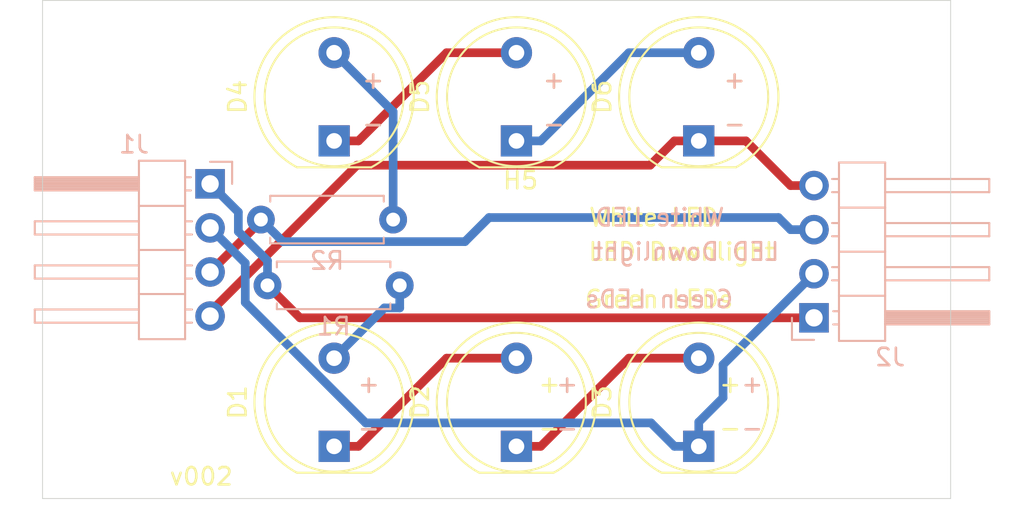
<source format=kicad_pcb>
(kicad_pcb (version 20171130) (host pcbnew "(5.1.5-0-10_14)")

  (general
    (thickness 1.6)
    (drawings 35)
    (tracks 49)
    (zones 0)
    (modules 15)
    (nets 11)
  )

  (page A4)
  (layers
    (0 F.Cu signal)
    (31 B.Cu signal)
    (32 B.Adhes user)
    (33 F.Adhes user)
    (34 B.Paste user)
    (35 F.Paste user)
    (36 B.SilkS user)
    (37 F.SilkS user)
    (38 B.Mask user)
    (39 F.Mask user)
    (40 Dwgs.User user)
    (41 Cmts.User user)
    (42 Eco1.User user)
    (43 Eco2.User user)
    (44 Edge.Cuts user)
    (45 Margin user)
    (46 B.CrtYd user)
    (47 F.CrtYd user)
    (48 B.Fab user)
    (49 F.Fab user)
  )

  (setup
    (last_trace_width 0.5)
    (user_trace_width 0.8)
    (trace_clearance 0.2)
    (zone_clearance 0.508)
    (zone_45_only no)
    (trace_min 0.2)
    (via_size 0.8)
    (via_drill 0.4)
    (via_min_size 0.4)
    (via_min_drill 0.3)
    (uvia_size 0.3)
    (uvia_drill 0.1)
    (uvias_allowed no)
    (uvia_min_size 0.2)
    (uvia_min_drill 0.1)
    (edge_width 0.05)
    (segment_width 0.2)
    (pcb_text_width 0.3)
    (pcb_text_size 1.5 1.5)
    (mod_edge_width 0.12)
    (mod_text_size 1 1)
    (mod_text_width 0.15)
    (pad_size 1.524 1.524)
    (pad_drill 0.762)
    (pad_to_mask_clearance 0.051)
    (solder_mask_min_width 0.25)
    (aux_axis_origin 0 0)
    (visible_elements FFFFFF7F)
    (pcbplotparams
      (layerselection 0x010fc_ffffffff)
      (usegerberextensions false)
      (usegerberattributes false)
      (usegerberadvancedattributes false)
      (creategerberjobfile false)
      (excludeedgelayer true)
      (linewidth 0.100000)
      (plotframeref false)
      (viasonmask false)
      (mode 1)
      (useauxorigin false)
      (hpglpennumber 1)
      (hpglpenspeed 20)
      (hpglpendiameter 15.000000)
      (psnegative false)
      (psa4output false)
      (plotreference true)
      (plotvalue true)
      (plotinvisibletext false)
      (padsonsilk false)
      (subtractmaskfromsilk false)
      (outputformat 1)
      (mirror false)
      (drillshape 0)
      (scaleselection 1)
      (outputdirectory "Plot/"))
  )

  (net 0 "")
  (net 1 "Net-(D1-Pad1)")
  (net 2 "Net-(D1-Pad2)")
  (net 3 "Net-(D2-Pad1)")
  (net 4 "Net-(D4-Pad2)")
  (net 5 "Net-(D4-Pad1)")
  (net 6 "Net-(D5-Pad1)")
  (net 7 /GNDGreen)
  (net 8 /GNDWhite)
  (net 9 /+12VWhite)
  (net 10 /+12VGreen)

  (net_class Default "This is the default net class."
    (clearance 0.2)
    (trace_width 0.5)
    (via_dia 0.8)
    (via_drill 0.4)
    (uvia_dia 0.3)
    (uvia_drill 0.1)
    (add_net "Net-(D1-Pad1)")
    (add_net "Net-(D1-Pad2)")
    (add_net "Net-(D2-Pad1)")
    (add_net "Net-(D4-Pad1)")
    (add_net "Net-(D4-Pad2)")
    (add_net "Net-(D5-Pad1)")
  )

  (net_class Power ""
    (clearance 0.2)
    (trace_width 0.5)
    (via_dia 0.8)
    (via_drill 0.4)
    (uvia_dia 0.3)
    (uvia_drill 0.1)
    (add_net /+12VGreen)
    (add_net /+12VWhite)
    (add_net /GNDGreen)
    (add_net /GNDWhite)
  )

  (module PT_Library_v001:LED_D8.0mm-LargePins (layer F.Cu) (tedit 5F151CBE) (tstamp 5EE55D86)
    (at 204.18 53.306 90)
    (descr "LED, diameter 8.0mm, 2 pins, diameter 8.0mm, 3 pins")
    (tags "LED diameter 8.0mm 2 pins diameter 8.0mm 3 pins")
    (path /5EE55F38)
    (fp_text reference D6 (at 2.54 -5.56 90) (layer F.SilkS)
      (effects (font (size 1 1) (thickness 0.15)))
    )
    (fp_text value LED (at 2.54 5.56 90) (layer F.Fab)
      (effects (font (size 1 1) (thickness 0.15)))
    )
    (fp_line (start 7.35 -4.85) (end -2.3 -4.85) (layer F.CrtYd) (width 0.05))
    (fp_line (start 7.35 4.85) (end 7.35 -4.85) (layer F.CrtYd) (width 0.05))
    (fp_line (start -2.3 4.85) (end 7.35 4.85) (layer F.CrtYd) (width 0.05))
    (fp_line (start -2.3 -4.85) (end -2.3 4.85) (layer F.CrtYd) (width 0.05))
    (fp_line (start -1.52 -2.142) (end -1.52 2.142) (layer F.SilkS) (width 0.12))
    (fp_line (start -1.46 -2.061553) (end -1.46 2.061553) (layer F.Fab) (width 0.1))
    (fp_circle (center 2.54 0) (end 6.54 0) (layer F.SilkS) (width 0.12))
    (fp_circle (center 2.54 0) (end 6.54 0) (layer F.Fab) (width 0.1))
    (fp_arc (start 2.54 0) (end -1.52 2.141145) (angle -152.2) (layer F.SilkS) (width 0.12))
    (fp_arc (start 2.54 0) (end -1.52 -2.141145) (angle 152.2) (layer F.SilkS) (width 0.12))
    (fp_arc (start 2.54 0) (end -1.46 -2.061553) (angle 305.5) (layer F.Fab) (width 0.1))
    (pad 2 thru_hole circle (at 5.08 0 90) (size 1.8 1.8) (drill 0.9) (layers *.Cu *.Mask)
      (net 6 "Net-(D5-Pad1)"))
    (pad 1 thru_hole rect (at 0 0 90) (size 1.8 1.8) (drill 0.9) (layers *.Cu *.Mask)
      (net 8 /GNDWhite))
    (model ${KISYS3DMOD}/LED_THT.3dshapes/LED_D8.0mm-3.wrl
      (at (xyz 0 0 0))
      (scale (xyz 1 1 1))
      (rotate (xyz 0 0 0))
    )
  )

  (module PT_Library_v001:LED_D8.0mm-LargePins (layer F.Cu) (tedit 5F151CBE) (tstamp 5EE55D75)
    (at 193.675 53.306 90)
    (descr "LED, diameter 8.0mm, 2 pins, diameter 8.0mm, 3 pins")
    (tags "LED diameter 8.0mm 2 pins diameter 8.0mm 3 pins")
    (path /5EE55F2E)
    (fp_text reference D5 (at 2.54 -5.56 90) (layer F.SilkS)
      (effects (font (size 1 1) (thickness 0.15)))
    )
    (fp_text value LED (at 2.54 5.56 90) (layer F.Fab)
      (effects (font (size 1 1) (thickness 0.15)))
    )
    (fp_line (start 7.35 -4.85) (end -2.3 -4.85) (layer F.CrtYd) (width 0.05))
    (fp_line (start 7.35 4.85) (end 7.35 -4.85) (layer F.CrtYd) (width 0.05))
    (fp_line (start -2.3 4.85) (end 7.35 4.85) (layer F.CrtYd) (width 0.05))
    (fp_line (start -2.3 -4.85) (end -2.3 4.85) (layer F.CrtYd) (width 0.05))
    (fp_line (start -1.52 -2.142) (end -1.52 2.142) (layer F.SilkS) (width 0.12))
    (fp_line (start -1.46 -2.061553) (end -1.46 2.061553) (layer F.Fab) (width 0.1))
    (fp_circle (center 2.54 0) (end 6.54 0) (layer F.SilkS) (width 0.12))
    (fp_circle (center 2.54 0) (end 6.54 0) (layer F.Fab) (width 0.1))
    (fp_arc (start 2.54 0) (end -1.52 2.141145) (angle -152.2) (layer F.SilkS) (width 0.12))
    (fp_arc (start 2.54 0) (end -1.52 -2.141145) (angle 152.2) (layer F.SilkS) (width 0.12))
    (fp_arc (start 2.54 0) (end -1.46 -2.061553) (angle 305.5) (layer F.Fab) (width 0.1))
    (pad 2 thru_hole circle (at 5.08 0 90) (size 1.8 1.8) (drill 0.9) (layers *.Cu *.Mask)
      (net 5 "Net-(D4-Pad1)"))
    (pad 1 thru_hole rect (at 0 0 90) (size 1.8 1.8) (drill 0.9) (layers *.Cu *.Mask)
      (net 6 "Net-(D5-Pad1)"))
    (model ${KISYS3DMOD}/LED_THT.3dshapes/LED_D8.0mm-3.wrl
      (at (xyz 0 0 0))
      (scale (xyz 1 1 1))
      (rotate (xyz 0 0 0))
    )
  )

  (module PT_Library_v001:LED_D8.0mm-LargePins (layer F.Cu) (tedit 5F151CBE) (tstamp 5EE55D64)
    (at 183.17 53.306 90)
    (descr "LED, diameter 8.0mm, 2 pins, diameter 8.0mm, 3 pins")
    (tags "LED diameter 8.0mm 2 pins diameter 8.0mm 3 pins")
    (path /5EE55F24)
    (fp_text reference D4 (at 2.54 -5.56 90) (layer F.SilkS)
      (effects (font (size 1 1) (thickness 0.15)))
    )
    (fp_text value LED (at 2.54 5.56 90) (layer F.Fab)
      (effects (font (size 1 1) (thickness 0.15)))
    )
    (fp_line (start 7.35 -4.85) (end -2.3 -4.85) (layer F.CrtYd) (width 0.05))
    (fp_line (start 7.35 4.85) (end 7.35 -4.85) (layer F.CrtYd) (width 0.05))
    (fp_line (start -2.3 4.85) (end 7.35 4.85) (layer F.CrtYd) (width 0.05))
    (fp_line (start -2.3 -4.85) (end -2.3 4.85) (layer F.CrtYd) (width 0.05))
    (fp_line (start -1.52 -2.142) (end -1.52 2.142) (layer F.SilkS) (width 0.12))
    (fp_line (start -1.46 -2.061553) (end -1.46 2.061553) (layer F.Fab) (width 0.1))
    (fp_circle (center 2.54 0) (end 6.54 0) (layer F.SilkS) (width 0.12))
    (fp_circle (center 2.54 0) (end 6.54 0) (layer F.Fab) (width 0.1))
    (fp_arc (start 2.54 0) (end -1.52 2.141145) (angle -152.2) (layer F.SilkS) (width 0.12))
    (fp_arc (start 2.54 0) (end -1.52 -2.141145) (angle 152.2) (layer F.SilkS) (width 0.12))
    (fp_arc (start 2.54 0) (end -1.46 -2.061553) (angle 305.5) (layer F.Fab) (width 0.1))
    (pad 2 thru_hole circle (at 5.08 0 90) (size 1.8 1.8) (drill 0.9) (layers *.Cu *.Mask)
      (net 4 "Net-(D4-Pad2)"))
    (pad 1 thru_hole rect (at 0 0 90) (size 1.8 1.8) (drill 0.9) (layers *.Cu *.Mask)
      (net 5 "Net-(D4-Pad1)"))
    (model ${KISYS3DMOD}/LED_THT.3dshapes/LED_D8.0mm-3.wrl
      (at (xyz 0 0 0))
      (scale (xyz 1 1 1))
      (rotate (xyz 0 0 0))
    )
  )

  (module PT_Library_v001:LED_D8.0mm-LargePins (layer F.Cu) (tedit 5F151CBE) (tstamp 5E9FB812)
    (at 204.18 70.906 90)
    (descr "LED, diameter 8.0mm, 2 pins, diameter 8.0mm, 3 pins")
    (tags "LED diameter 8.0mm 2 pins diameter 8.0mm 3 pins")
    (path /5E9F70E1)
    (fp_text reference D3 (at 2.54 -5.56 90) (layer F.SilkS)
      (effects (font (size 1 1) (thickness 0.15)))
    )
    (fp_text value LED (at 2.54 5.56 90) (layer F.Fab)
      (effects (font (size 1 1) (thickness 0.15)))
    )
    (fp_line (start 7.35 -4.85) (end -2.3 -4.85) (layer F.CrtYd) (width 0.05))
    (fp_line (start 7.35 4.85) (end 7.35 -4.85) (layer F.CrtYd) (width 0.05))
    (fp_line (start -2.3 4.85) (end 7.35 4.85) (layer F.CrtYd) (width 0.05))
    (fp_line (start -2.3 -4.85) (end -2.3 4.85) (layer F.CrtYd) (width 0.05))
    (fp_line (start -1.52 -2.142) (end -1.52 2.142) (layer F.SilkS) (width 0.12))
    (fp_line (start -1.46 -2.061553) (end -1.46 2.061553) (layer F.Fab) (width 0.1))
    (fp_circle (center 2.54 0) (end 6.54 0) (layer F.SilkS) (width 0.12))
    (fp_circle (center 2.54 0) (end 6.54 0) (layer F.Fab) (width 0.1))
    (fp_arc (start 2.54 0) (end -1.52 2.141145) (angle -152.2) (layer F.SilkS) (width 0.12))
    (fp_arc (start 2.54 0) (end -1.52 -2.141145) (angle 152.2) (layer F.SilkS) (width 0.12))
    (fp_arc (start 2.54 0) (end -1.46 -2.061553) (angle 305.5) (layer F.Fab) (width 0.1))
    (pad 2 thru_hole circle (at 5.08 0 90) (size 1.8 1.8) (drill 0.9) (layers *.Cu *.Mask)
      (net 3 "Net-(D2-Pad1)"))
    (pad 1 thru_hole rect (at 0 0 90) (size 1.8 1.8) (drill 0.9) (layers *.Cu *.Mask)
      (net 7 /GNDGreen))
    (model ${KISYS3DMOD}/LED_THT.3dshapes/LED_D8.0mm-3.wrl
      (at (xyz 0 0 0))
      (scale (xyz 1 1 1))
      (rotate (xyz 0 0 0))
    )
  )

  (module PT_Library_v001:LED_D8.0mm-LargePins (layer F.Cu) (tedit 5F151CBE) (tstamp 5EE5B33F)
    (at 193.675 70.906 90)
    (descr "LED, diameter 8.0mm, 2 pins, diameter 8.0mm, 3 pins")
    (tags "LED diameter 8.0mm 2 pins diameter 8.0mm 3 pins")
    (path /5E9F6574)
    (fp_text reference D2 (at 2.54 -5.56 90) (layer F.SilkS)
      (effects (font (size 1 1) (thickness 0.15)))
    )
    (fp_text value LED (at 2.54 5.56 90) (layer F.Fab)
      (effects (font (size 1 1) (thickness 0.15)))
    )
    (fp_line (start 7.35 -4.85) (end -2.3 -4.85) (layer F.CrtYd) (width 0.05))
    (fp_line (start 7.35 4.85) (end 7.35 -4.85) (layer F.CrtYd) (width 0.05))
    (fp_line (start -2.3 4.85) (end 7.35 4.85) (layer F.CrtYd) (width 0.05))
    (fp_line (start -2.3 -4.85) (end -2.3 4.85) (layer F.CrtYd) (width 0.05))
    (fp_line (start -1.52 -2.142) (end -1.52 2.142) (layer F.SilkS) (width 0.12))
    (fp_line (start -1.46 -2.061553) (end -1.46 2.061553) (layer F.Fab) (width 0.1))
    (fp_circle (center 2.54 0) (end 6.54 0) (layer F.SilkS) (width 0.12))
    (fp_circle (center 2.54 0) (end 6.54 0) (layer F.Fab) (width 0.1))
    (fp_arc (start 2.54 0) (end -1.52 2.141145) (angle -152.2) (layer F.SilkS) (width 0.12))
    (fp_arc (start 2.54 0) (end -1.52 -2.141145) (angle 152.2) (layer F.SilkS) (width 0.12))
    (fp_arc (start 2.54 0) (end -1.46 -2.061553) (angle 305.5) (layer F.Fab) (width 0.1))
    (pad 2 thru_hole circle (at 5.08 0 90) (size 1.8 1.8) (drill 0.9) (layers *.Cu *.Mask)
      (net 1 "Net-(D1-Pad1)"))
    (pad 1 thru_hole rect (at 0 0 90) (size 1.8 1.8) (drill 0.9) (layers *.Cu *.Mask)
      (net 3 "Net-(D2-Pad1)"))
    (model ${KISYS3DMOD}/LED_THT.3dshapes/LED_D8.0mm-3.wrl
      (at (xyz 0 0 0))
      (scale (xyz 1 1 1))
      (rotate (xyz 0 0 0))
    )
  )

  (module PT_Library_v001:LED_D8.0mm-LargePins (layer F.Cu) (tedit 5F151CBE) (tstamp 5E9FB6C0)
    (at 183.17 70.906 90)
    (descr "LED, diameter 8.0mm, 2 pins, diameter 8.0mm, 3 pins")
    (tags "LED diameter 8.0mm 2 pins diameter 8.0mm 3 pins")
    (path /5E9F5CDB)
    (fp_text reference D1 (at 2.54 -5.56 90) (layer F.SilkS)
      (effects (font (size 1 1) (thickness 0.15)))
    )
    (fp_text value LED (at 2.54 5.56 90) (layer F.Fab)
      (effects (font (size 1 1) (thickness 0.15)))
    )
    (fp_line (start 7.35 -4.85) (end -2.3 -4.85) (layer F.CrtYd) (width 0.05))
    (fp_line (start 7.35 4.85) (end 7.35 -4.85) (layer F.CrtYd) (width 0.05))
    (fp_line (start -2.3 4.85) (end 7.35 4.85) (layer F.CrtYd) (width 0.05))
    (fp_line (start -2.3 -4.85) (end -2.3 4.85) (layer F.CrtYd) (width 0.05))
    (fp_line (start -1.52 -2.142) (end -1.52 2.142) (layer F.SilkS) (width 0.12))
    (fp_line (start -1.46 -2.061553) (end -1.46 2.061553) (layer F.Fab) (width 0.1))
    (fp_circle (center 2.54 0) (end 6.54 0) (layer F.SilkS) (width 0.12))
    (fp_circle (center 2.54 0) (end 6.54 0) (layer F.Fab) (width 0.1))
    (fp_arc (start 2.54 0) (end -1.52 2.141145) (angle -152.2) (layer F.SilkS) (width 0.12))
    (fp_arc (start 2.54 0) (end -1.52 -2.141145) (angle 152.2) (layer F.SilkS) (width 0.12))
    (fp_arc (start 2.54 0) (end -1.46 -2.061553) (angle 305.5) (layer F.Fab) (width 0.1))
    (pad 2 thru_hole circle (at 5.08 0 90) (size 1.8 1.8) (drill 0.9) (layers *.Cu *.Mask)
      (net 2 "Net-(D1-Pad2)"))
    (pad 1 thru_hole rect (at 0 0 90) (size 1.8 1.8) (drill 0.9) (layers *.Cu *.Mask)
      (net 1 "Net-(D1-Pad1)"))
    (model ${KISYS3DMOD}/LED_THT.3dshapes/LED_D8.0mm-3.wrl
      (at (xyz 0 0 0))
      (scale (xyz 1 1 1))
      (rotate (xyz 0 0 0))
    )
  )

  (module MountingHole:MountingHole_3.2mm_M3 (layer F.Cu) (tedit 56D1B4CB) (tstamp 5EE5CD12)
    (at 193.91 59.78)
    (descr "Mounting Hole 3.2mm, no annular, M3")
    (tags "mounting hole 3.2mm no annular m3")
    (path /5EE5F4D4)
    (attr virtual)
    (fp_text reference H5 (at 0 -4.2) (layer F.SilkS)
      (effects (font (size 1 1) (thickness 0.15)))
    )
    (fp_text value MountingHole (at 0 4.2) (layer F.Fab)
      (effects (font (size 1 1) (thickness 0.15)))
    )
    (fp_circle (center 0 0) (end 3.45 0) (layer F.CrtYd) (width 0.05))
    (fp_circle (center 0 0) (end 3.2 0) (layer Cmts.User) (width 0.15))
    (fp_text user %R (at 0.3 0) (layer F.Fab)
      (effects (font (size 1 1) (thickness 0.15)))
    )
    (pad 1 np_thru_hole circle (at 0 0) (size 3.2 3.2) (drill 3.2) (layers *.Cu *.Mask))
  )

  (module MountingHole:MountingHole_3.2mm_M3 (layer F.Cu) (tedit 56D1B4CB) (tstamp 5EE5C31B)
    (at 214.26 70.12)
    (descr "Mounting Hole 3.2mm, no annular, M3")
    (tags "mounting hole 3.2mm no annular m3")
    (path /5EE5C31B)
    (attr virtual)
    (fp_text reference H4 (at 0 -4.2) (layer F.SilkS) hide
      (effects (font (size 1 1) (thickness 0.15)))
    )
    (fp_text value MountingHole (at 0 4.2) (layer F.Fab)
      (effects (font (size 1 1) (thickness 0.15)))
    )
    (fp_circle (center 0 0) (end 3.45 0) (layer F.CrtYd) (width 0.05))
    (fp_circle (center 0 0) (end 3.2 0) (layer Cmts.User) (width 0.15))
    (fp_text user %R (at 0.3 0) (layer F.Fab)
      (effects (font (size 1 1) (thickness 0.15)))
    )
    (pad 1 np_thru_hole circle (at 0 0) (size 3.2 3.2) (drill 3.2) (layers *.Cu *.Mask))
  )

  (module MountingHole:MountingHole_3.2mm_M3 (layer F.Cu) (tedit 56D1B4CB) (tstamp 5EE5C313)
    (at 170.39 70.12)
    (descr "Mounting Hole 3.2mm, no annular, M3")
    (tags "mounting hole 3.2mm no annular m3")
    (path /5EE5BD02)
    (attr virtual)
    (fp_text reference H3 (at 0 -4.2) (layer F.SilkS) hide
      (effects (font (size 1 1) (thickness 0.15)))
    )
    (fp_text value MountingHole (at 0 4.2) (layer F.Fab)
      (effects (font (size 1 1) (thickness 0.15)))
    )
    (fp_circle (center 0 0) (end 3.45 0) (layer F.CrtYd) (width 0.05))
    (fp_circle (center 0 0) (end 3.2 0) (layer Cmts.User) (width 0.15))
    (fp_text user %R (at 0.3 0) (layer F.Fab)
      (effects (font (size 1 1) (thickness 0.15)))
    )
    (pad 1 np_thru_hole circle (at 0 0) (size 3.2 3.2) (drill 3.2) (layers *.Cu *.Mask))
  )

  (module MountingHole:MountingHole_3.2mm_M3 (layer F.Cu) (tedit 56D1B4CB) (tstamp 5EE5C30B)
    (at 214.26 49.53)
    (descr "Mounting Hole 3.2mm, no annular, M3")
    (tags "mounting hole 3.2mm no annular m3")
    (path /5EE5B85B)
    (attr virtual)
    (fp_text reference H2 (at -4.2 -2.38) (layer F.SilkS) hide
      (effects (font (size 1 1) (thickness 0.15)))
    )
    (fp_text value MountingHole (at 0 4.2) (layer F.Fab)
      (effects (font (size 1 1) (thickness 0.15)))
    )
    (fp_circle (center 0 0) (end 3.45 0) (layer F.CrtYd) (width 0.05))
    (fp_circle (center 0 0) (end 3.2 0) (layer Cmts.User) (width 0.15))
    (fp_text user %R (at 0.3 0) (layer F.Fab)
      (effects (font (size 1 1) (thickness 0.15)))
    )
    (pad 1 np_thru_hole circle (at 0 0) (size 3.2 3.2) (drill 3.2) (layers *.Cu *.Mask))
  )

  (module MountingHole:MountingHole_3.2mm_M3 (layer F.Cu) (tedit 56D1B4CB) (tstamp 5EE5C303)
    (at 170.69 49.53)
    (descr "Mounting Hole 3.2mm, no annular, M3")
    (tags "mounting hole 3.2mm no annular m3")
    (path /5EE5B363)
    (attr virtual)
    (fp_text reference H1 (at 4.81 -1.01) (layer F.SilkS) hide
      (effects (font (size 1 1) (thickness 0.15)))
    )
    (fp_text value MountingHole (at 0 4.2) (layer F.Fab)
      (effects (font (size 1 1) (thickness 0.15)))
    )
    (fp_circle (center 0 0) (end 3.45 0) (layer F.CrtYd) (width 0.05))
    (fp_circle (center 0 0) (end 3.2 0) (layer Cmts.User) (width 0.15))
    (fp_text user %R (at 0.3 0) (layer F.Fab)
      (effects (font (size 1 1) (thickness 0.15)))
    )
    (pad 1 np_thru_hole circle (at 0 0) (size 3.2 3.2) (drill 3.2) (layers *.Cu *.Mask))
  )

  (module PT_Library_v001:R_Axial_DIN0207_L6.3mm_D2.5mm_P7.62mm_Horizontal (layer B.Cu) (tedit 5AE5139B) (tstamp 5EE55F7F)
    (at 178.95 57.84)
    (descr "Resistor, Axial_DIN0207 series, Axial, Horizontal, pin pitch=7.62mm, 0.25W = 1/4W, length*diameter=6.3*2.5mm^2, http://cdn-reichelt.de/documents/datenblatt/B400/1_4W%23YAG.pdf")
    (tags "Resistor Axial_DIN0207 series Axial Horizontal pin pitch 7.62mm 0.25W = 1/4W length 6.3mm diameter 2.5mm")
    (path /5EE55F42)
    (fp_text reference R2 (at 3.81 2.37 180) (layer B.SilkS)
      (effects (font (size 1 1) (thickness 0.15)) (justify mirror))
    )
    (fp_text value R_US (at 3.81 -2.37 180) (layer B.Fab)
      (effects (font (size 1 1) (thickness 0.15)) (justify mirror))
    )
    (fp_text user %R (at 3.81 0 180) (layer B.Fab)
      (effects (font (size 1 1) (thickness 0.15)) (justify mirror))
    )
    (fp_line (start 8.67 1.5) (end -1.05 1.5) (layer B.CrtYd) (width 0.05))
    (fp_line (start 8.67 -1.5) (end 8.67 1.5) (layer B.CrtYd) (width 0.05))
    (fp_line (start -1.05 -1.5) (end 8.67 -1.5) (layer B.CrtYd) (width 0.05))
    (fp_line (start -1.05 1.5) (end -1.05 -1.5) (layer B.CrtYd) (width 0.05))
    (fp_line (start 7.08 -1.37) (end 7.08 -1.04) (layer B.SilkS) (width 0.12))
    (fp_line (start 0.54 -1.37) (end 7.08 -1.37) (layer B.SilkS) (width 0.12))
    (fp_line (start 0.54 -1.04) (end 0.54 -1.37) (layer B.SilkS) (width 0.12))
    (fp_line (start 7.08 1.37) (end 7.08 1.04) (layer B.SilkS) (width 0.12))
    (fp_line (start 0.54 1.37) (end 7.08 1.37) (layer B.SilkS) (width 0.12))
    (fp_line (start 0.54 1.04) (end 0.54 1.37) (layer B.SilkS) (width 0.12))
    (fp_line (start 7.62 0) (end 6.96 0) (layer B.Fab) (width 0.1))
    (fp_line (start 0 0) (end 0.66 0) (layer B.Fab) (width 0.1))
    (fp_line (start 6.96 1.25) (end 0.66 1.25) (layer B.Fab) (width 0.1))
    (fp_line (start 6.96 -1.25) (end 6.96 1.25) (layer B.Fab) (width 0.1))
    (fp_line (start 0.66 -1.25) (end 6.96 -1.25) (layer B.Fab) (width 0.1))
    (fp_line (start 0.66 1.25) (end 0.66 -1.25) (layer B.Fab) (width 0.1))
    (pad 2 thru_hole oval (at 7.62 0) (size 1.6 1.6) (drill 0.8) (layers *.Cu *.Mask)
      (net 4 "Net-(D4-Pad2)"))
    (pad 1 thru_hole circle (at 0 0) (size 1.6 1.6) (drill 0.8) (layers *.Cu *.Mask)
      (net 9 /+12VWhite))
    (model ${KISYS3DMOD}/Resistor_THT.3dshapes/R_Axial_DIN0207_L6.3mm_D2.5mm_P7.62mm_Horizontal.wrl
      (at (xyz 0 0 0))
      (scale (xyz 1 1 1))
      (rotate (xyz 0 0 0))
    )
  )

  (module PT_Library_v001:R_Axial_DIN0207_L6.3mm_D2.5mm_P7.62mm_Horizontal (layer B.Cu) (tedit 5AE5139B) (tstamp 5E9FB8D9)
    (at 179.33 61.63)
    (descr "Resistor, Axial_DIN0207 series, Axial, Horizontal, pin pitch=7.62mm, 0.25W = 1/4W, length*diameter=6.3*2.5mm^2, http://cdn-reichelt.de/documents/datenblatt/B400/1_4W%23YAG.pdf")
    (tags "Resistor Axial_DIN0207 series Axial Horizontal pin pitch 7.62mm 0.25W = 1/4W length 6.3mm diameter 2.5mm")
    (path /5E9F83C0)
    (fp_text reference R1 (at 3.81 2.37 180) (layer B.SilkS)
      (effects (font (size 1 1) (thickness 0.15)) (justify mirror))
    )
    (fp_text value R_US (at 3.81 -2.37 180) (layer B.Fab)
      (effects (font (size 1 1) (thickness 0.15)) (justify mirror))
    )
    (fp_text user %R (at 3.81 0 180) (layer B.Fab)
      (effects (font (size 1 1) (thickness 0.15)) (justify mirror))
    )
    (fp_line (start 8.67 1.5) (end -1.05 1.5) (layer B.CrtYd) (width 0.05))
    (fp_line (start 8.67 -1.5) (end 8.67 1.5) (layer B.CrtYd) (width 0.05))
    (fp_line (start -1.05 -1.5) (end 8.67 -1.5) (layer B.CrtYd) (width 0.05))
    (fp_line (start -1.05 1.5) (end -1.05 -1.5) (layer B.CrtYd) (width 0.05))
    (fp_line (start 7.08 -1.37) (end 7.08 -1.04) (layer B.SilkS) (width 0.12))
    (fp_line (start 0.54 -1.37) (end 7.08 -1.37) (layer B.SilkS) (width 0.12))
    (fp_line (start 0.54 -1.04) (end 0.54 -1.37) (layer B.SilkS) (width 0.12))
    (fp_line (start 7.08 1.37) (end 7.08 1.04) (layer B.SilkS) (width 0.12))
    (fp_line (start 0.54 1.37) (end 7.08 1.37) (layer B.SilkS) (width 0.12))
    (fp_line (start 0.54 1.04) (end 0.54 1.37) (layer B.SilkS) (width 0.12))
    (fp_line (start 7.62 0) (end 6.96 0) (layer B.Fab) (width 0.1))
    (fp_line (start 0 0) (end 0.66 0) (layer B.Fab) (width 0.1))
    (fp_line (start 6.96 1.25) (end 0.66 1.25) (layer B.Fab) (width 0.1))
    (fp_line (start 6.96 -1.25) (end 6.96 1.25) (layer B.Fab) (width 0.1))
    (fp_line (start 0.66 -1.25) (end 6.96 -1.25) (layer B.Fab) (width 0.1))
    (fp_line (start 0.66 1.25) (end 0.66 -1.25) (layer B.Fab) (width 0.1))
    (pad 2 thru_hole oval (at 7.62 0) (size 1.6 1.6) (drill 0.8) (layers *.Cu *.Mask)
      (net 2 "Net-(D1-Pad2)"))
    (pad 1 thru_hole circle (at 0 0) (size 1.6 1.6) (drill 0.8) (layers *.Cu *.Mask)
      (net 10 /+12VGreen))
    (model ${KISYS3DMOD}/Resistor_THT.3dshapes/R_Axial_DIN0207_L6.3mm_D2.5mm_P7.62mm_Horizontal.wrl
      (at (xyz 0 0 0))
      (scale (xyz 1 1 1))
      (rotate (xyz 0 0 0))
    )
  )

  (module Connector_PinHeader_2.54mm:PinHeader_1x04_P2.54mm_Horizontal (layer B.Cu) (tedit 59FED5CB) (tstamp 5EE5B8D6)
    (at 210.82 63.5)
    (descr "Through hole angled pin header, 1x04, 2.54mm pitch, 6mm pin length, single row")
    (tags "Through hole angled pin header THT 1x04 2.54mm single row")
    (path /5EE59171)
    (fp_text reference J2 (at 4.385 2.27) (layer B.SilkS)
      (effects (font (size 1 1) (thickness 0.15)) (justify mirror))
    )
    (fp_text value Conn_01x04_Female (at 4.385 -9.89) (layer B.Fab)
      (effects (font (size 1 1) (thickness 0.15)) (justify mirror))
    )
    (fp_text user %R (at 2.77 -3.81 -90) (layer B.Fab)
      (effects (font (size 1 1) (thickness 0.15)) (justify mirror))
    )
    (fp_line (start 10.55 1.8) (end -1.8 1.8) (layer B.CrtYd) (width 0.05))
    (fp_line (start 10.55 -9.4) (end 10.55 1.8) (layer B.CrtYd) (width 0.05))
    (fp_line (start -1.8 -9.4) (end 10.55 -9.4) (layer B.CrtYd) (width 0.05))
    (fp_line (start -1.8 1.8) (end -1.8 -9.4) (layer B.CrtYd) (width 0.05))
    (fp_line (start -1.27 1.27) (end 0 1.27) (layer B.SilkS) (width 0.12))
    (fp_line (start -1.27 0) (end -1.27 1.27) (layer B.SilkS) (width 0.12))
    (fp_line (start 1.042929 -8) (end 1.44 -8) (layer B.SilkS) (width 0.12))
    (fp_line (start 1.042929 -7.24) (end 1.44 -7.24) (layer B.SilkS) (width 0.12))
    (fp_line (start 10.1 -8) (end 4.1 -8) (layer B.SilkS) (width 0.12))
    (fp_line (start 10.1 -7.24) (end 10.1 -8) (layer B.SilkS) (width 0.12))
    (fp_line (start 4.1 -7.24) (end 10.1 -7.24) (layer B.SilkS) (width 0.12))
    (fp_line (start 1.44 -6.35) (end 4.1 -6.35) (layer B.SilkS) (width 0.12))
    (fp_line (start 1.042929 -5.46) (end 1.44 -5.46) (layer B.SilkS) (width 0.12))
    (fp_line (start 1.042929 -4.7) (end 1.44 -4.7) (layer B.SilkS) (width 0.12))
    (fp_line (start 10.1 -5.46) (end 4.1 -5.46) (layer B.SilkS) (width 0.12))
    (fp_line (start 10.1 -4.7) (end 10.1 -5.46) (layer B.SilkS) (width 0.12))
    (fp_line (start 4.1 -4.7) (end 10.1 -4.7) (layer B.SilkS) (width 0.12))
    (fp_line (start 1.44 -3.81) (end 4.1 -3.81) (layer B.SilkS) (width 0.12))
    (fp_line (start 1.042929 -2.92) (end 1.44 -2.92) (layer B.SilkS) (width 0.12))
    (fp_line (start 1.042929 -2.16) (end 1.44 -2.16) (layer B.SilkS) (width 0.12))
    (fp_line (start 10.1 -2.92) (end 4.1 -2.92) (layer B.SilkS) (width 0.12))
    (fp_line (start 10.1 -2.16) (end 10.1 -2.92) (layer B.SilkS) (width 0.12))
    (fp_line (start 4.1 -2.16) (end 10.1 -2.16) (layer B.SilkS) (width 0.12))
    (fp_line (start 1.44 -1.27) (end 4.1 -1.27) (layer B.SilkS) (width 0.12))
    (fp_line (start 1.11 -0.38) (end 1.44 -0.38) (layer B.SilkS) (width 0.12))
    (fp_line (start 1.11 0.38) (end 1.44 0.38) (layer B.SilkS) (width 0.12))
    (fp_line (start 4.1 -0.28) (end 10.1 -0.28) (layer B.SilkS) (width 0.12))
    (fp_line (start 4.1 -0.16) (end 10.1 -0.16) (layer B.SilkS) (width 0.12))
    (fp_line (start 4.1 -0.04) (end 10.1 -0.04) (layer B.SilkS) (width 0.12))
    (fp_line (start 4.1 0.08) (end 10.1 0.08) (layer B.SilkS) (width 0.12))
    (fp_line (start 4.1 0.2) (end 10.1 0.2) (layer B.SilkS) (width 0.12))
    (fp_line (start 4.1 0.32) (end 10.1 0.32) (layer B.SilkS) (width 0.12))
    (fp_line (start 10.1 -0.38) (end 4.1 -0.38) (layer B.SilkS) (width 0.12))
    (fp_line (start 10.1 0.38) (end 10.1 -0.38) (layer B.SilkS) (width 0.12))
    (fp_line (start 4.1 0.38) (end 10.1 0.38) (layer B.SilkS) (width 0.12))
    (fp_line (start 4.1 1.33) (end 1.44 1.33) (layer B.SilkS) (width 0.12))
    (fp_line (start 4.1 -8.95) (end 4.1 1.33) (layer B.SilkS) (width 0.12))
    (fp_line (start 1.44 -8.95) (end 4.1 -8.95) (layer B.SilkS) (width 0.12))
    (fp_line (start 1.44 1.33) (end 1.44 -8.95) (layer B.SilkS) (width 0.12))
    (fp_line (start 4.04 -7.94) (end 10.04 -7.94) (layer B.Fab) (width 0.1))
    (fp_line (start 10.04 -7.3) (end 10.04 -7.94) (layer B.Fab) (width 0.1))
    (fp_line (start 4.04 -7.3) (end 10.04 -7.3) (layer B.Fab) (width 0.1))
    (fp_line (start -0.32 -7.94) (end 1.5 -7.94) (layer B.Fab) (width 0.1))
    (fp_line (start -0.32 -7.3) (end -0.32 -7.94) (layer B.Fab) (width 0.1))
    (fp_line (start -0.32 -7.3) (end 1.5 -7.3) (layer B.Fab) (width 0.1))
    (fp_line (start 4.04 -5.4) (end 10.04 -5.4) (layer B.Fab) (width 0.1))
    (fp_line (start 10.04 -4.76) (end 10.04 -5.4) (layer B.Fab) (width 0.1))
    (fp_line (start 4.04 -4.76) (end 10.04 -4.76) (layer B.Fab) (width 0.1))
    (fp_line (start -0.32 -5.4) (end 1.5 -5.4) (layer B.Fab) (width 0.1))
    (fp_line (start -0.32 -4.76) (end -0.32 -5.4) (layer B.Fab) (width 0.1))
    (fp_line (start -0.32 -4.76) (end 1.5 -4.76) (layer B.Fab) (width 0.1))
    (fp_line (start 4.04 -2.86) (end 10.04 -2.86) (layer B.Fab) (width 0.1))
    (fp_line (start 10.04 -2.22) (end 10.04 -2.86) (layer B.Fab) (width 0.1))
    (fp_line (start 4.04 -2.22) (end 10.04 -2.22) (layer B.Fab) (width 0.1))
    (fp_line (start -0.32 -2.86) (end 1.5 -2.86) (layer B.Fab) (width 0.1))
    (fp_line (start -0.32 -2.22) (end -0.32 -2.86) (layer B.Fab) (width 0.1))
    (fp_line (start -0.32 -2.22) (end 1.5 -2.22) (layer B.Fab) (width 0.1))
    (fp_line (start 4.04 -0.32) (end 10.04 -0.32) (layer B.Fab) (width 0.1))
    (fp_line (start 10.04 0.32) (end 10.04 -0.32) (layer B.Fab) (width 0.1))
    (fp_line (start 4.04 0.32) (end 10.04 0.32) (layer B.Fab) (width 0.1))
    (fp_line (start -0.32 -0.32) (end 1.5 -0.32) (layer B.Fab) (width 0.1))
    (fp_line (start -0.32 0.32) (end -0.32 -0.32) (layer B.Fab) (width 0.1))
    (fp_line (start -0.32 0.32) (end 1.5 0.32) (layer B.Fab) (width 0.1))
    (fp_line (start 1.5 0.635) (end 2.135 1.27) (layer B.Fab) (width 0.1))
    (fp_line (start 1.5 -8.89) (end 1.5 0.635) (layer B.Fab) (width 0.1))
    (fp_line (start 4.04 -8.89) (end 1.5 -8.89) (layer B.Fab) (width 0.1))
    (fp_line (start 4.04 1.27) (end 4.04 -8.89) (layer B.Fab) (width 0.1))
    (fp_line (start 2.135 1.27) (end 4.04 1.27) (layer B.Fab) (width 0.1))
    (pad 4 thru_hole oval (at 0 -7.62) (size 1.7 1.7) (drill 1) (layers *.Cu *.Mask)
      (net 8 /GNDWhite))
    (pad 3 thru_hole oval (at 0 -5.08) (size 1.7 1.7) (drill 1) (layers *.Cu *.Mask)
      (net 9 /+12VWhite))
    (pad 2 thru_hole oval (at 0 -2.54) (size 1.7 1.7) (drill 1) (layers *.Cu *.Mask)
      (net 7 /GNDGreen))
    (pad 1 thru_hole rect (at 0 0) (size 1.7 1.7) (drill 1) (layers *.Cu *.Mask)
      (net 10 /+12VGreen))
    (model ${KISYS3DMOD}/Connector_PinHeader_2.54mm.3dshapes/PinHeader_1x04_P2.54mm_Horizontal.wrl
      (at (xyz 0 0 0))
      (scale (xyz 1 1 1))
      (rotate (xyz 0 0 0))
    )
  )

  (module Connector_PinHeader_2.54mm:PinHeader_1x04_P2.54mm_Horizontal (layer B.Cu) (tedit 59FED5CB) (tstamp 5EE5BEA6)
    (at 176.022 55.78 180)
    (descr "Through hole angled pin header, 1x04, 2.54mm pitch, 6mm pin length, single row")
    (tags "Through hole angled pin header THT 1x04 2.54mm single row")
    (path /5EE5878F)
    (fp_text reference J1 (at 4.385 2.27) (layer B.SilkS)
      (effects (font (size 1 1) (thickness 0.15)) (justify mirror))
    )
    (fp_text value Conn_01x04_Female (at 4.385 -9.89) (layer B.Fab)
      (effects (font (size 1 1) (thickness 0.15)) (justify mirror))
    )
    (fp_text user %R (at 2.77 -3.81 270) (layer B.Fab)
      (effects (font (size 1 1) (thickness 0.15)) (justify mirror))
    )
    (fp_line (start 10.55 1.8) (end -1.8 1.8) (layer B.CrtYd) (width 0.05))
    (fp_line (start 10.55 -9.4) (end 10.55 1.8) (layer B.CrtYd) (width 0.05))
    (fp_line (start -1.8 -9.4) (end 10.55 -9.4) (layer B.CrtYd) (width 0.05))
    (fp_line (start -1.8 1.8) (end -1.8 -9.4) (layer B.CrtYd) (width 0.05))
    (fp_line (start -1.27 1.27) (end 0 1.27) (layer B.SilkS) (width 0.12))
    (fp_line (start -1.27 0) (end -1.27 1.27) (layer B.SilkS) (width 0.12))
    (fp_line (start 1.042929 -8) (end 1.44 -8) (layer B.SilkS) (width 0.12))
    (fp_line (start 1.042929 -7.24) (end 1.44 -7.24) (layer B.SilkS) (width 0.12))
    (fp_line (start 10.1 -8) (end 4.1 -8) (layer B.SilkS) (width 0.12))
    (fp_line (start 10.1 -7.24) (end 10.1 -8) (layer B.SilkS) (width 0.12))
    (fp_line (start 4.1 -7.24) (end 10.1 -7.24) (layer B.SilkS) (width 0.12))
    (fp_line (start 1.44 -6.35) (end 4.1 -6.35) (layer B.SilkS) (width 0.12))
    (fp_line (start 1.042929 -5.46) (end 1.44 -5.46) (layer B.SilkS) (width 0.12))
    (fp_line (start 1.042929 -4.7) (end 1.44 -4.7) (layer B.SilkS) (width 0.12))
    (fp_line (start 10.1 -5.46) (end 4.1 -5.46) (layer B.SilkS) (width 0.12))
    (fp_line (start 10.1 -4.7) (end 10.1 -5.46) (layer B.SilkS) (width 0.12))
    (fp_line (start 4.1 -4.7) (end 10.1 -4.7) (layer B.SilkS) (width 0.12))
    (fp_line (start 1.44 -3.81) (end 4.1 -3.81) (layer B.SilkS) (width 0.12))
    (fp_line (start 1.042929 -2.92) (end 1.44 -2.92) (layer B.SilkS) (width 0.12))
    (fp_line (start 1.042929 -2.16) (end 1.44 -2.16) (layer B.SilkS) (width 0.12))
    (fp_line (start 10.1 -2.92) (end 4.1 -2.92) (layer B.SilkS) (width 0.12))
    (fp_line (start 10.1 -2.16) (end 10.1 -2.92) (layer B.SilkS) (width 0.12))
    (fp_line (start 4.1 -2.16) (end 10.1 -2.16) (layer B.SilkS) (width 0.12))
    (fp_line (start 1.44 -1.27) (end 4.1 -1.27) (layer B.SilkS) (width 0.12))
    (fp_line (start 1.11 -0.38) (end 1.44 -0.38) (layer B.SilkS) (width 0.12))
    (fp_line (start 1.11 0.38) (end 1.44 0.38) (layer B.SilkS) (width 0.12))
    (fp_line (start 4.1 -0.28) (end 10.1 -0.28) (layer B.SilkS) (width 0.12))
    (fp_line (start 4.1 -0.16) (end 10.1 -0.16) (layer B.SilkS) (width 0.12))
    (fp_line (start 4.1 -0.04) (end 10.1 -0.04) (layer B.SilkS) (width 0.12))
    (fp_line (start 4.1 0.08) (end 10.1 0.08) (layer B.SilkS) (width 0.12))
    (fp_line (start 4.1 0.2) (end 10.1 0.2) (layer B.SilkS) (width 0.12))
    (fp_line (start 4.1 0.32) (end 10.1 0.32) (layer B.SilkS) (width 0.12))
    (fp_line (start 10.1 -0.38) (end 4.1 -0.38) (layer B.SilkS) (width 0.12))
    (fp_line (start 10.1 0.38) (end 10.1 -0.38) (layer B.SilkS) (width 0.12))
    (fp_line (start 4.1 0.38) (end 10.1 0.38) (layer B.SilkS) (width 0.12))
    (fp_line (start 4.1 1.33) (end 1.44 1.33) (layer B.SilkS) (width 0.12))
    (fp_line (start 4.1 -8.95) (end 4.1 1.33) (layer B.SilkS) (width 0.12))
    (fp_line (start 1.44 -8.95) (end 4.1 -8.95) (layer B.SilkS) (width 0.12))
    (fp_line (start 1.44 1.33) (end 1.44 -8.95) (layer B.SilkS) (width 0.12))
    (fp_line (start 4.04 -7.94) (end 10.04 -7.94) (layer B.Fab) (width 0.1))
    (fp_line (start 10.04 -7.3) (end 10.04 -7.94) (layer B.Fab) (width 0.1))
    (fp_line (start 4.04 -7.3) (end 10.04 -7.3) (layer B.Fab) (width 0.1))
    (fp_line (start -0.32 -7.94) (end 1.5 -7.94) (layer B.Fab) (width 0.1))
    (fp_line (start -0.32 -7.3) (end -0.32 -7.94) (layer B.Fab) (width 0.1))
    (fp_line (start -0.32 -7.3) (end 1.5 -7.3) (layer B.Fab) (width 0.1))
    (fp_line (start 4.04 -5.4) (end 10.04 -5.4) (layer B.Fab) (width 0.1))
    (fp_line (start 10.04 -4.76) (end 10.04 -5.4) (layer B.Fab) (width 0.1))
    (fp_line (start 4.04 -4.76) (end 10.04 -4.76) (layer B.Fab) (width 0.1))
    (fp_line (start -0.32 -5.4) (end 1.5 -5.4) (layer B.Fab) (width 0.1))
    (fp_line (start -0.32 -4.76) (end -0.32 -5.4) (layer B.Fab) (width 0.1))
    (fp_line (start -0.32 -4.76) (end 1.5 -4.76) (layer B.Fab) (width 0.1))
    (fp_line (start 4.04 -2.86) (end 10.04 -2.86) (layer B.Fab) (width 0.1))
    (fp_line (start 10.04 -2.22) (end 10.04 -2.86) (layer B.Fab) (width 0.1))
    (fp_line (start 4.04 -2.22) (end 10.04 -2.22) (layer B.Fab) (width 0.1))
    (fp_line (start -0.32 -2.86) (end 1.5 -2.86) (layer B.Fab) (width 0.1))
    (fp_line (start -0.32 -2.22) (end -0.32 -2.86) (layer B.Fab) (width 0.1))
    (fp_line (start -0.32 -2.22) (end 1.5 -2.22) (layer B.Fab) (width 0.1))
    (fp_line (start 4.04 -0.32) (end 10.04 -0.32) (layer B.Fab) (width 0.1))
    (fp_line (start 10.04 0.32) (end 10.04 -0.32) (layer B.Fab) (width 0.1))
    (fp_line (start 4.04 0.32) (end 10.04 0.32) (layer B.Fab) (width 0.1))
    (fp_line (start -0.32 -0.32) (end 1.5 -0.32) (layer B.Fab) (width 0.1))
    (fp_line (start -0.32 0.32) (end -0.32 -0.32) (layer B.Fab) (width 0.1))
    (fp_line (start -0.32 0.32) (end 1.5 0.32) (layer B.Fab) (width 0.1))
    (fp_line (start 1.5 0.635) (end 2.135 1.27) (layer B.Fab) (width 0.1))
    (fp_line (start 1.5 -8.89) (end 1.5 0.635) (layer B.Fab) (width 0.1))
    (fp_line (start 4.04 -8.89) (end 1.5 -8.89) (layer B.Fab) (width 0.1))
    (fp_line (start 4.04 1.27) (end 4.04 -8.89) (layer B.Fab) (width 0.1))
    (fp_line (start 2.135 1.27) (end 4.04 1.27) (layer B.Fab) (width 0.1))
    (pad 4 thru_hole oval (at 0 -7.62 180) (size 1.7 1.7) (drill 1) (layers *.Cu *.Mask)
      (net 8 /GNDWhite))
    (pad 3 thru_hole oval (at 0 -5.08 180) (size 1.7 1.7) (drill 1) (layers *.Cu *.Mask)
      (net 9 /+12VWhite))
    (pad 2 thru_hole oval (at 0 -2.54 180) (size 1.7 1.7) (drill 1) (layers *.Cu *.Mask)
      (net 7 /GNDGreen))
    (pad 1 thru_hole rect (at 0 0 180) (size 1.7 1.7) (drill 1) (layers *.Cu *.Mask)
      (net 10 /+12VGreen))
    (model ${KISYS3DMOD}/Connector_PinHeader_2.54mm.3dshapes/PinHeader_1x04_P2.54mm_Horizontal.wrl
      (at (xyz 0 0 0))
      (scale (xyz 1 1 1))
      (rotate (xyz 0 0 0))
    )
  )

  (gr_text + (at 206.248 49.784) (layer B.SilkS) (tstamp 5EED8928)
    (effects (font (size 1 1) (thickness 0.15)) (justify mirror))
  )
  (gr_text - (at 206.248 52.324) (layer B.SilkS) (tstamp 5EED8927)
    (effects (font (size 1 1) (thickness 0.15)) (justify mirror))
  )
  (gr_text - (at 195.834 52.324) (layer B.SilkS) (tstamp 5EED8924)
    (effects (font (size 1 1) (thickness 0.15)) (justify mirror))
  )
  (gr_text + (at 195.834 49.784) (layer B.SilkS) (tstamp 5EED8923)
    (effects (font (size 1 1) (thickness 0.15)) (justify mirror))
  )
  (gr_text + (at 185.42 49.784) (layer B.SilkS) (tstamp 5EED8920)
    (effects (font (size 1 1) (thickness 0.15)) (justify mirror))
  )
  (gr_text - (at 185.42 52.324) (layer B.SilkS) (tstamp 5EED891F)
    (effects (font (size 1 1) (thickness 0.15)) (justify mirror))
  )
  (gr_text + (at 185.166 67.31) (layer B.SilkS) (tstamp 5EED891C)
    (effects (font (size 1 1) (thickness 0.15)) (justify mirror))
  )
  (gr_text - (at 185.166 69.85) (layer B.SilkS) (tstamp 5EED891B)
    (effects (font (size 1 1) (thickness 0.15)) (justify mirror))
  )
  (gr_text - (at 196.596 69.85) (layer B.SilkS) (tstamp 5EED8918)
    (effects (font (size 1 1) (thickness 0.15)) (justify mirror))
  )
  (gr_text + (at 196.596 67.31) (layer B.SilkS) (tstamp 5EED8917)
    (effects (font (size 1 1) (thickness 0.15)) (justify mirror))
  )
  (gr_text - (at 207.264 69.85) (layer B.SilkS)
    (effects (font (size 1 1) (thickness 0.15)) (justify mirror))
  )
  (gr_text + (at 207.264 67.31) (layer B.SilkS)
    (effects (font (size 1 1) (thickness 0.15)) (justify mirror))
  )
  (gr_text - (at 205.994 69.85) (layer F.SilkS) (tstamp 5EED87AA)
    (effects (font (size 1 1) (thickness 0.15)))
  )
  (gr_text + (at 205.994 67.31) (layer F.SilkS) (tstamp 5EED87A9)
    (effects (font (size 1 1) (thickness 0.15)))
  )
  (gr_text + (at 195.58 67.31) (layer F.SilkS) (tstamp 5EED87A6)
    (effects (font (size 1 1) (thickness 0.15)))
  )
  (gr_text - (at 195.58 69.85) (layer F.SilkS) (tstamp 5EED87A5)
    (effects (font (size 1 1) (thickness 0.15)))
  )
  (gr_text - (at 185.166 69.85) (layer F.SilkS) (tstamp 5EED87A2)
    (effects (font (size 1 1) (thickness 0.15)))
  )
  (gr_text + (at 185.166 67.31) (layer F.SilkS) (tstamp 5EED87A1)
    (effects (font (size 1 1) (thickness 0.15)))
  )
  (gr_text + (at 185.42 49.784) (layer F.SilkS) (tstamp 5EED879E)
    (effects (font (size 1 1) (thickness 0.15)))
  )
  (gr_text - (at 185.42 52.324) (layer F.SilkS) (tstamp 5EED879D)
    (effects (font (size 1 1) (thickness 0.15)))
  )
  (gr_text + (at 195.834 49.784) (layer F.SilkS) (tstamp 5EED879A)
    (effects (font (size 1 1) (thickness 0.15)))
  )
  (gr_text - (at 195.834 52.324) (layer F.SilkS) (tstamp 5EED8799)
    (effects (font (size 1 1) (thickness 0.15)))
  )
  (gr_text - (at 206.248 52.324) (layer F.SilkS)
    (effects (font (size 1 1) (thickness 0.15)))
  )
  (gr_text + (at 206.248 49.784) (layer F.SilkS)
    (effects (font (size 1 1) (thickness 0.15)))
  )
  (gr_text "Green LEDs" (at 201.89 62.43) (layer B.SilkS) (tstamp 5EED8772)
    (effects (font (size 1 1) (thickness 0.15)) (justify mirror))
  )
  (gr_text "LED Downlight" (at 203.454 59.69) (layer B.SilkS) (tstamp 5EED876E)
    (effects (font (size 1 1) (thickness 0.15)) (justify mirror))
  )
  (gr_text "White LED" (at 201.93 57.72) (layer B.SilkS) (tstamp 5EED876A)
    (effects (font (size 1 1) (thickness 0.15)) (justify mirror))
  )
  (gr_text "LED Downlight" (at 203.2 59.69) (layer F.SilkS)
    (effects (font (size 1 1) (thickness 0.15)))
  )
  (gr_text v002 (at 175.514 72.644) (layer F.SilkS)
    (effects (font (size 1 1) (thickness 0.15)))
  )
  (gr_line (start 218.694 73.914) (end 218.694 45.212) (layer Edge.Cuts) (width 0.05) (tstamp 5EED86C0))
  (gr_line (start 166.37 73.914) (end 218.694 73.914) (layer Edge.Cuts) (width 0.05))
  (gr_line (start 166.37 45.212) (end 166.37 73.914) (layer Edge.Cuts) (width 0.05))
  (gr_line (start 218.694 45.212) (end 166.37 45.212) (layer Edge.Cuts) (width 0.05))
  (gr_text "Green LEDs" (at 201.89 62.43) (layer F.SilkS)
    (effects (font (size 1 1) (thickness 0.15)))
  )
  (gr_text "White LED" (at 201.59 57.72) (layer F.SilkS)
    (effects (font (size 1 1) (thickness 0.15)))
  )

  (segment (start 183.17 70.906) (end 184.57 70.906) (width 0.5) (layer F.Cu) (net 1))
  (segment (start 184.57 70.906) (end 189.65 65.826) (width 0.5) (layer F.Cu) (net 1))
  (segment (start 189.65 65.826) (end 193.675 65.826) (width 0.5) (layer F.Cu) (net 1))
  (segment (start 186.95 61.63) (end 186.95 62.93) (width 0.5) (layer B.Cu) (net 2))
  (segment (start 186.95 62.93) (end 186.066 62.93) (width 0.5) (layer B.Cu) (net 2))
  (segment (start 186.066 62.93) (end 183.17 65.826) (width 0.5) (layer B.Cu) (net 2))
  (segment (start 193.675 70.906) (end 195.075 70.906) (width 0.5) (layer F.Cu) (net 3))
  (segment (start 195.075 70.906) (end 200.155 65.826) (width 0.5) (layer F.Cu) (net 3))
  (segment (start 200.155 65.826) (end 204.18 65.826) (width 0.5) (layer F.Cu) (net 3))
  (segment (start 186.57 57.84) (end 186.57 51.626) (width 0.5) (layer B.Cu) (net 4))
  (segment (start 186.57 51.626) (end 183.17 48.226) (width 0.5) (layer B.Cu) (net 4))
  (segment (start 183.17 53.306) (end 184.57 53.306) (width 0.5) (layer F.Cu) (net 5))
  (segment (start 184.57 53.306) (end 189.65 48.226) (width 0.5) (layer F.Cu) (net 5))
  (segment (start 189.65 48.226) (end 193.675 48.226) (width 0.5) (layer F.Cu) (net 5))
  (segment (start 193.675 53.306) (end 195.075 53.306) (width 0.5) (layer B.Cu) (net 6))
  (segment (start 195.075 53.306) (end 200.155 48.226) (width 0.5) (layer B.Cu) (net 6))
  (segment (start 200.155 48.226) (end 204.18 48.226) (width 0.5) (layer B.Cu) (net 6))
  (segment (start 176.022 58.32) (end 178.0495 60.3475) (width 0.5) (layer B.Cu) (net 7))
  (segment (start 178.0495 60.3475) (end 178.0495 62.6153) (width 0.5) (layer B.Cu) (net 7))
  (segment (start 178.0495 62.6153) (end 184.9898 69.5556) (width 0.5) (layer B.Cu) (net 7))
  (segment (start 184.9898 69.5556) (end 201.4296 69.5556) (width 0.5) (layer B.Cu) (net 7))
  (segment (start 201.4296 69.5556) (end 202.78 70.906) (width 0.5) (layer B.Cu) (net 7))
  (segment (start 204.18 70.906) (end 204.18 69.506) (width 0.5) (layer B.Cu) (net 7))
  (segment (start 210.82 60.96) (end 205.58 66.2) (width 0.5) (layer B.Cu) (net 7))
  (segment (start 205.58 66.2) (end 205.58 68.106) (width 0.5) (layer B.Cu) (net 7))
  (segment (start 205.58 68.106) (end 204.18 69.506) (width 0.5) (layer B.Cu) (net 7))
  (segment (start 204.18 70.906) (end 202.78 70.906) (width 0.5) (layer B.Cu) (net 7))
  (segment (start 204.18 53.306) (end 202.78 53.306) (width 0.5) (layer F.Cu) (net 8))
  (segment (start 176.022 63.4) (end 176.022 63.1697) (width 0.5) (layer F.Cu) (net 8))
  (segment (start 176.022 63.1697) (end 184.4857 54.706) (width 0.5) (layer F.Cu) (net 8))
  (segment (start 184.4857 54.706) (end 201.38 54.706) (width 0.5) (layer F.Cu) (net 8))
  (segment (start 201.38 54.706) (end 202.78 53.306) (width 0.5) (layer F.Cu) (net 8))
  (segment (start 209.47 55.88) (end 206.896 53.306) (width 0.5) (layer F.Cu) (net 8))
  (segment (start 206.896 53.306) (end 204.18 53.306) (width 0.5) (layer F.Cu) (net 8))
  (segment (start 210.82 55.88) (end 209.47 55.88) (width 0.5) (layer F.Cu) (net 8))
  (segment (start 210.82 58.42) (end 209.47 58.42) (width 0.5) (layer B.Cu) (net 9))
  (segment (start 178.95 57.84) (end 180.22 59.11) (width 0.5) (layer B.Cu) (net 9))
  (segment (start 180.22 59.11) (end 190.7078 59.11) (width 0.5) (layer B.Cu) (net 9))
  (segment (start 190.7078 59.11) (end 192.0951 57.7227) (width 0.5) (layer B.Cu) (net 9))
  (segment (start 192.0951 57.7227) (end 208.7727 57.7227) (width 0.5) (layer B.Cu) (net 9))
  (segment (start 208.7727 57.7227) (end 209.47 58.42) (width 0.5) (layer B.Cu) (net 9))
  (segment (start 176.022 60.86) (end 178.95 57.932) (width 0.5) (layer F.Cu) (net 9))
  (segment (start 178.95 57.932) (end 178.95 57.84) (width 0.5) (layer F.Cu) (net 9))
  (segment (start 176.022 55.78) (end 177.6505 57.4085) (width 0.5) (layer B.Cu) (net 10))
  (segment (start 177.6505 57.4085) (end 177.6505 58.5305) (width 0.5) (layer B.Cu) (net 10))
  (segment (start 177.6505 58.5305) (end 179.33 60.21) (width 0.5) (layer B.Cu) (net 10))
  (segment (start 179.33 60.21) (end 179.33 61.63) (width 0.5) (layer B.Cu) (net 10))
  (segment (start 179.33 61.63) (end 181.2 63.5) (width 0.5) (layer F.Cu) (net 10))
  (segment (start 181.2 63.5) (end 210.82 63.5) (width 0.5) (layer F.Cu) (net 10))

)

</source>
